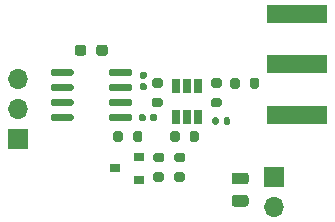
<source format=gbr>
G04 #@! TF.GenerationSoftware,KiCad,Pcbnew,(5.1.9)-1*
G04 #@! TF.CreationDate,2021-04-02T20:51:07-05:00*
G04 #@! TF.ProjectId,coax-probe,636f6178-2d70-4726-9f62-652e6b696361,rev?*
G04 #@! TF.SameCoordinates,Original*
G04 #@! TF.FileFunction,Soldermask,Top*
G04 #@! TF.FilePolarity,Negative*
%FSLAX46Y46*%
G04 Gerber Fmt 4.6, Leading zero omitted, Abs format (unit mm)*
G04 Created by KiCad (PCBNEW (5.1.9)-1) date 2021-04-02 20:51:07*
%MOMM*%
%LPD*%
G01*
G04 APERTURE LIST*
%ADD10R,0.650000X1.220000*%
%ADD11R,0.900000X0.800000*%
%ADD12O,1.700000X1.700000*%
%ADD13R,1.700000X1.700000*%
%ADD14R,5.080000X1.500000*%
G04 APERTURE END LIST*
G36*
G01*
X164575000Y-75762500D02*
X164575000Y-76237500D01*
G75*
G02*
X164337500Y-76475000I-237500J0D01*
G01*
X163837500Y-76475000D01*
G75*
G02*
X163600000Y-76237500I0J237500D01*
G01*
X163600000Y-75762500D01*
G75*
G02*
X163837500Y-75525000I237500J0D01*
G01*
X164337500Y-75525000D01*
G75*
G02*
X164575000Y-75762500I0J-237500D01*
G01*
G37*
G36*
G01*
X166400000Y-75762500D02*
X166400000Y-76237500D01*
G75*
G02*
X166162500Y-76475000I-237500J0D01*
G01*
X165662500Y-76475000D01*
G75*
G02*
X165425000Y-76237500I0J237500D01*
G01*
X165425000Y-75762500D01*
G75*
G02*
X165662500Y-75525000I237500J0D01*
G01*
X166162500Y-75525000D01*
G75*
G02*
X166400000Y-75762500I0J-237500D01*
G01*
G37*
G36*
G01*
X169570000Y-78400000D02*
X169230000Y-78400000D01*
G75*
G02*
X169090000Y-78260000I0J140000D01*
G01*
X169090000Y-77980000D01*
G75*
G02*
X169230000Y-77840000I140000J0D01*
G01*
X169570000Y-77840000D01*
G75*
G02*
X169710000Y-77980000I0J-140000D01*
G01*
X169710000Y-78260000D01*
G75*
G02*
X169570000Y-78400000I-140000J0D01*
G01*
G37*
G36*
G01*
X169570000Y-79360000D02*
X169230000Y-79360000D01*
G75*
G02*
X169090000Y-79220000I0J140000D01*
G01*
X169090000Y-78940000D01*
G75*
G02*
X169230000Y-78800000I140000J0D01*
G01*
X169570000Y-78800000D01*
G75*
G02*
X169710000Y-78940000I0J-140000D01*
G01*
X169710000Y-79220000D01*
G75*
G02*
X169570000Y-79360000I-140000J0D01*
G01*
G37*
G36*
G01*
X166500000Y-78045000D02*
X166500000Y-77745000D01*
G75*
G02*
X166650000Y-77595000I150000J0D01*
G01*
X168300000Y-77595000D01*
G75*
G02*
X168450000Y-77745000I0J-150000D01*
G01*
X168450000Y-78045000D01*
G75*
G02*
X168300000Y-78195000I-150000J0D01*
G01*
X166650000Y-78195000D01*
G75*
G02*
X166500000Y-78045000I0J150000D01*
G01*
G37*
G36*
G01*
X166500000Y-79315000D02*
X166500000Y-79015000D01*
G75*
G02*
X166650000Y-78865000I150000J0D01*
G01*
X168300000Y-78865000D01*
G75*
G02*
X168450000Y-79015000I0J-150000D01*
G01*
X168450000Y-79315000D01*
G75*
G02*
X168300000Y-79465000I-150000J0D01*
G01*
X166650000Y-79465000D01*
G75*
G02*
X166500000Y-79315000I0J150000D01*
G01*
G37*
G36*
G01*
X166500000Y-80585000D02*
X166500000Y-80285000D01*
G75*
G02*
X166650000Y-80135000I150000J0D01*
G01*
X168300000Y-80135000D01*
G75*
G02*
X168450000Y-80285000I0J-150000D01*
G01*
X168450000Y-80585000D01*
G75*
G02*
X168300000Y-80735000I-150000J0D01*
G01*
X166650000Y-80735000D01*
G75*
G02*
X166500000Y-80585000I0J150000D01*
G01*
G37*
G36*
G01*
X166500000Y-81855000D02*
X166500000Y-81555000D01*
G75*
G02*
X166650000Y-81405000I150000J0D01*
G01*
X168300000Y-81405000D01*
G75*
G02*
X168450000Y-81555000I0J-150000D01*
G01*
X168450000Y-81855000D01*
G75*
G02*
X168300000Y-82005000I-150000J0D01*
G01*
X166650000Y-82005000D01*
G75*
G02*
X166500000Y-81855000I0J150000D01*
G01*
G37*
G36*
G01*
X161550000Y-81855000D02*
X161550000Y-81555000D01*
G75*
G02*
X161700000Y-81405000I150000J0D01*
G01*
X163350000Y-81405000D01*
G75*
G02*
X163500000Y-81555000I0J-150000D01*
G01*
X163500000Y-81855000D01*
G75*
G02*
X163350000Y-82005000I-150000J0D01*
G01*
X161700000Y-82005000D01*
G75*
G02*
X161550000Y-81855000I0J150000D01*
G01*
G37*
G36*
G01*
X161550000Y-80585000D02*
X161550000Y-80285000D01*
G75*
G02*
X161700000Y-80135000I150000J0D01*
G01*
X163350000Y-80135000D01*
G75*
G02*
X163500000Y-80285000I0J-150000D01*
G01*
X163500000Y-80585000D01*
G75*
G02*
X163350000Y-80735000I-150000J0D01*
G01*
X161700000Y-80735000D01*
G75*
G02*
X161550000Y-80585000I0J150000D01*
G01*
G37*
G36*
G01*
X161550000Y-79315000D02*
X161550000Y-79015000D01*
G75*
G02*
X161700000Y-78865000I150000J0D01*
G01*
X163350000Y-78865000D01*
G75*
G02*
X163500000Y-79015000I0J-150000D01*
G01*
X163500000Y-79315000D01*
G75*
G02*
X163350000Y-79465000I-150000J0D01*
G01*
X161700000Y-79465000D01*
G75*
G02*
X161550000Y-79315000I0J150000D01*
G01*
G37*
G36*
G01*
X161550000Y-78045000D02*
X161550000Y-77745000D01*
G75*
G02*
X161700000Y-77595000I150000J0D01*
G01*
X163350000Y-77595000D01*
G75*
G02*
X163500000Y-77745000I0J-150000D01*
G01*
X163500000Y-78045000D01*
G75*
G02*
X163350000Y-78195000I-150000J0D01*
G01*
X161700000Y-78195000D01*
G75*
G02*
X161550000Y-78045000I0J150000D01*
G01*
G37*
D10*
X174050000Y-81610000D03*
X173100000Y-81610000D03*
X172150000Y-81610000D03*
X172150000Y-78990000D03*
X173100000Y-78990000D03*
X174050000Y-78990000D03*
D11*
X167000000Y-86000000D03*
X169000000Y-85050000D03*
X169000000Y-86950000D03*
G36*
G01*
X177125000Y-88250000D02*
X178075000Y-88250000D01*
G75*
G02*
X178325000Y-88500000I0J-250000D01*
G01*
X178325000Y-89000000D01*
G75*
G02*
X178075000Y-89250000I-250000J0D01*
G01*
X177125000Y-89250000D01*
G75*
G02*
X176875000Y-89000000I0J250000D01*
G01*
X176875000Y-88500000D01*
G75*
G02*
X177125000Y-88250000I250000J0D01*
G01*
G37*
G36*
G01*
X177125000Y-86350000D02*
X178075000Y-86350000D01*
G75*
G02*
X178325000Y-86600000I0J-250000D01*
G01*
X178325000Y-87100000D01*
G75*
G02*
X178075000Y-87350000I-250000J0D01*
G01*
X177125000Y-87350000D01*
G75*
G02*
X176875000Y-87100000I0J250000D01*
G01*
X176875000Y-86600000D01*
G75*
G02*
X177125000Y-86350000I250000J0D01*
G01*
G37*
G36*
G01*
X170425000Y-86325000D02*
X170975000Y-86325000D01*
G75*
G02*
X171175000Y-86525000I0J-200000D01*
G01*
X171175000Y-86925000D01*
G75*
G02*
X170975000Y-87125000I-200000J0D01*
G01*
X170425000Y-87125000D01*
G75*
G02*
X170225000Y-86925000I0J200000D01*
G01*
X170225000Y-86525000D01*
G75*
G02*
X170425000Y-86325000I200000J0D01*
G01*
G37*
G36*
G01*
X170425000Y-84675000D02*
X170975000Y-84675000D01*
G75*
G02*
X171175000Y-84875000I0J-200000D01*
G01*
X171175000Y-85275000D01*
G75*
G02*
X170975000Y-85475000I-200000J0D01*
G01*
X170425000Y-85475000D01*
G75*
G02*
X170225000Y-85275000I0J200000D01*
G01*
X170225000Y-84875000D01*
G75*
G02*
X170425000Y-84675000I200000J0D01*
G01*
G37*
G36*
G01*
X170325000Y-80025000D02*
X170875000Y-80025000D01*
G75*
G02*
X171075000Y-80225000I0J-200000D01*
G01*
X171075000Y-80625000D01*
G75*
G02*
X170875000Y-80825000I-200000J0D01*
G01*
X170325000Y-80825000D01*
G75*
G02*
X170125000Y-80625000I0J200000D01*
G01*
X170125000Y-80225000D01*
G75*
G02*
X170325000Y-80025000I200000J0D01*
G01*
G37*
G36*
G01*
X170325000Y-78375000D02*
X170875000Y-78375000D01*
G75*
G02*
X171075000Y-78575000I0J-200000D01*
G01*
X171075000Y-78975000D01*
G75*
G02*
X170875000Y-79175000I-200000J0D01*
G01*
X170325000Y-79175000D01*
G75*
G02*
X170125000Y-78975000I0J200000D01*
G01*
X170125000Y-78575000D01*
G75*
G02*
X170325000Y-78375000I200000J0D01*
G01*
G37*
G36*
G01*
X170000000Y-81870000D02*
X170000000Y-81530000D01*
G75*
G02*
X170140000Y-81390000I140000J0D01*
G01*
X170420000Y-81390000D01*
G75*
G02*
X170560000Y-81530000I0J-140000D01*
G01*
X170560000Y-81870000D01*
G75*
G02*
X170420000Y-82010000I-140000J0D01*
G01*
X170140000Y-82010000D01*
G75*
G02*
X170000000Y-81870000I0J140000D01*
G01*
G37*
G36*
G01*
X169040000Y-81870000D02*
X169040000Y-81530000D01*
G75*
G02*
X169180000Y-81390000I140000J0D01*
G01*
X169460000Y-81390000D01*
G75*
G02*
X169600000Y-81530000I0J-140000D01*
G01*
X169600000Y-81870000D01*
G75*
G02*
X169460000Y-82010000I-140000J0D01*
G01*
X169180000Y-82010000D01*
G75*
G02*
X169040000Y-81870000I0J140000D01*
G01*
G37*
G36*
G01*
X179225000Y-78525000D02*
X179225000Y-79075000D01*
G75*
G02*
X179025000Y-79275000I-200000J0D01*
G01*
X178625000Y-79275000D01*
G75*
G02*
X178425000Y-79075000I0J200000D01*
G01*
X178425000Y-78525000D01*
G75*
G02*
X178625000Y-78325000I200000J0D01*
G01*
X179025000Y-78325000D01*
G75*
G02*
X179225000Y-78525000I0J-200000D01*
G01*
G37*
G36*
G01*
X177575000Y-78525000D02*
X177575000Y-79075000D01*
G75*
G02*
X177375000Y-79275000I-200000J0D01*
G01*
X176975000Y-79275000D01*
G75*
G02*
X176775000Y-79075000I0J200000D01*
G01*
X176775000Y-78525000D01*
G75*
G02*
X176975000Y-78325000I200000J0D01*
G01*
X177375000Y-78325000D01*
G75*
G02*
X177575000Y-78525000I0J-200000D01*
G01*
G37*
G36*
G01*
X176200000Y-82170000D02*
X176200000Y-81830000D01*
G75*
G02*
X176340000Y-81690000I140000J0D01*
G01*
X176620000Y-81690000D01*
G75*
G02*
X176760000Y-81830000I0J-140000D01*
G01*
X176760000Y-82170000D01*
G75*
G02*
X176620000Y-82310000I-140000J0D01*
G01*
X176340000Y-82310000D01*
G75*
G02*
X176200000Y-82170000I0J140000D01*
G01*
G37*
G36*
G01*
X175240000Y-82170000D02*
X175240000Y-81830000D01*
G75*
G02*
X175380000Y-81690000I140000J0D01*
G01*
X175660000Y-81690000D01*
G75*
G02*
X175800000Y-81830000I0J-140000D01*
G01*
X175800000Y-82170000D01*
G75*
G02*
X175660000Y-82310000I-140000J0D01*
G01*
X175380000Y-82310000D01*
G75*
G02*
X175240000Y-82170000I0J140000D01*
G01*
G37*
G36*
G01*
X172775000Y-85475000D02*
X172225000Y-85475000D01*
G75*
G02*
X172025000Y-85275000I0J200000D01*
G01*
X172025000Y-84875000D01*
G75*
G02*
X172225000Y-84675000I200000J0D01*
G01*
X172775000Y-84675000D01*
G75*
G02*
X172975000Y-84875000I0J-200000D01*
G01*
X172975000Y-85275000D01*
G75*
G02*
X172775000Y-85475000I-200000J0D01*
G01*
G37*
G36*
G01*
X172775000Y-87125000D02*
X172225000Y-87125000D01*
G75*
G02*
X172025000Y-86925000I0J200000D01*
G01*
X172025000Y-86525000D01*
G75*
G02*
X172225000Y-86325000I200000J0D01*
G01*
X172775000Y-86325000D01*
G75*
G02*
X172975000Y-86525000I0J-200000D01*
G01*
X172975000Y-86925000D01*
G75*
G02*
X172775000Y-87125000I-200000J0D01*
G01*
G37*
G36*
G01*
X175325000Y-80025000D02*
X175875000Y-80025000D01*
G75*
G02*
X176075000Y-80225000I0J-200000D01*
G01*
X176075000Y-80625000D01*
G75*
G02*
X175875000Y-80825000I-200000J0D01*
G01*
X175325000Y-80825000D01*
G75*
G02*
X175125000Y-80625000I0J200000D01*
G01*
X175125000Y-80225000D01*
G75*
G02*
X175325000Y-80025000I200000J0D01*
G01*
G37*
G36*
G01*
X175325000Y-78375000D02*
X175875000Y-78375000D01*
G75*
G02*
X176075000Y-78575000I0J-200000D01*
G01*
X176075000Y-78975000D01*
G75*
G02*
X175875000Y-79175000I-200000J0D01*
G01*
X175325000Y-79175000D01*
G75*
G02*
X175125000Y-78975000I0J200000D01*
G01*
X175125000Y-78575000D01*
G75*
G02*
X175325000Y-78375000I200000J0D01*
G01*
G37*
G36*
G01*
X168525000Y-83575000D02*
X168525000Y-83025000D01*
G75*
G02*
X168725000Y-82825000I200000J0D01*
G01*
X169125000Y-82825000D01*
G75*
G02*
X169325000Y-83025000I0J-200000D01*
G01*
X169325000Y-83575000D01*
G75*
G02*
X169125000Y-83775000I-200000J0D01*
G01*
X168725000Y-83775000D01*
G75*
G02*
X168525000Y-83575000I0J200000D01*
G01*
G37*
G36*
G01*
X166875000Y-83575000D02*
X166875000Y-83025000D01*
G75*
G02*
X167075000Y-82825000I200000J0D01*
G01*
X167475000Y-82825000D01*
G75*
G02*
X167675000Y-83025000I0J-200000D01*
G01*
X167675000Y-83575000D01*
G75*
G02*
X167475000Y-83775000I-200000J0D01*
G01*
X167075000Y-83775000D01*
G75*
G02*
X166875000Y-83575000I0J200000D01*
G01*
G37*
G36*
G01*
X173325000Y-83575000D02*
X173325000Y-83025000D01*
G75*
G02*
X173525000Y-82825000I200000J0D01*
G01*
X173925000Y-82825000D01*
G75*
G02*
X174125000Y-83025000I0J-200000D01*
G01*
X174125000Y-83575000D01*
G75*
G02*
X173925000Y-83775000I-200000J0D01*
G01*
X173525000Y-83775000D01*
G75*
G02*
X173325000Y-83575000I0J200000D01*
G01*
G37*
G36*
G01*
X171675000Y-83575000D02*
X171675000Y-83025000D01*
G75*
G02*
X171875000Y-82825000I200000J0D01*
G01*
X172275000Y-82825000D01*
G75*
G02*
X172475000Y-83025000I0J-200000D01*
G01*
X172475000Y-83575000D01*
G75*
G02*
X172275000Y-83775000I-200000J0D01*
G01*
X171875000Y-83775000D01*
G75*
G02*
X171675000Y-83575000I0J200000D01*
G01*
G37*
D12*
X180500000Y-89240000D03*
D13*
X180500000Y-86700000D03*
D14*
X182450000Y-77200000D03*
X182450000Y-72950000D03*
X182450000Y-81450000D03*
D12*
X158800000Y-78460000D03*
X158800000Y-81000000D03*
D13*
X158800000Y-83540000D03*
M02*

</source>
